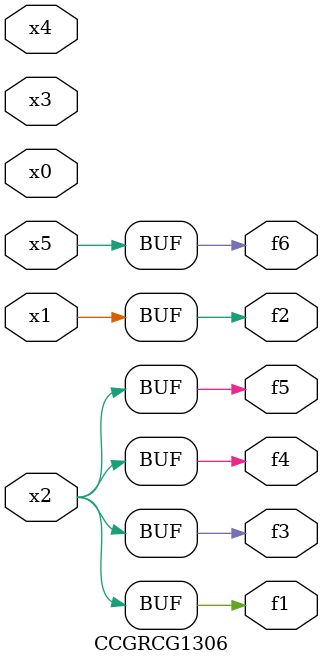
<source format=v>
module CCGRCG1306(
	input x0, x1, x2, x3, x4, x5,
	output f1, f2, f3, f4, f5, f6
);
	assign f1 = x2;
	assign f2 = x1;
	assign f3 = x2;
	assign f4 = x2;
	assign f5 = x2;
	assign f6 = x5;
endmodule

</source>
